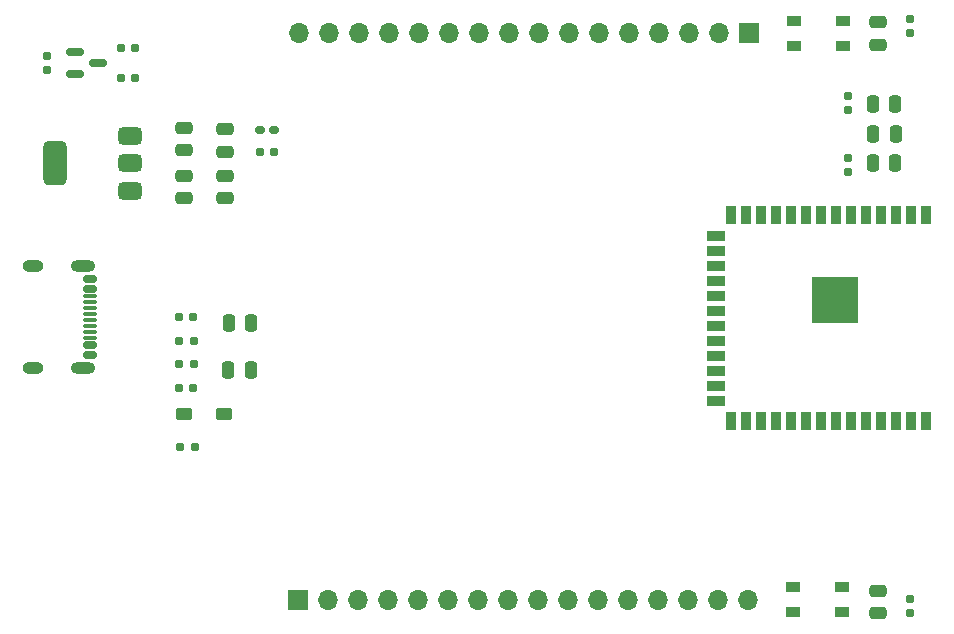
<source format=gbr>
%TF.GenerationSoftware,KiCad,Pcbnew,9.0.2*%
%TF.CreationDate,2025-09-05T17:13:16+02:00*%
%TF.ProjectId,LLM Business Card,4c4c4d20-4275-4736-996e-657373204361,rev?*%
%TF.SameCoordinates,Original*%
%TF.FileFunction,Soldermask,Top*%
%TF.FilePolarity,Negative*%
%FSLAX46Y46*%
G04 Gerber Fmt 4.6, Leading zero omitted, Abs format (unit mm)*
G04 Created by KiCad (PCBNEW 9.0.2) date 2025-09-05 17:13:16*
%MOMM*%
%LPD*%
G01*
G04 APERTURE LIST*
G04 Aperture macros list*
%AMRoundRect*
0 Rectangle with rounded corners*
0 $1 Rounding radius*
0 $2 $3 $4 $5 $6 $7 $8 $9 X,Y pos of 4 corners*
0 Add a 4 corners polygon primitive as box body*
4,1,4,$2,$3,$4,$5,$6,$7,$8,$9,$2,$3,0*
0 Add four circle primitives for the rounded corners*
1,1,$1+$1,$2,$3*
1,1,$1+$1,$4,$5*
1,1,$1+$1,$6,$7*
1,1,$1+$1,$8,$9*
0 Add four rect primitives between the rounded corners*
20,1,$1+$1,$2,$3,$4,$5,0*
20,1,$1+$1,$4,$5,$6,$7,0*
20,1,$1+$1,$6,$7,$8,$9,0*
20,1,$1+$1,$8,$9,$2,$3,0*%
G04 Aperture macros list end*
%ADD10RoundRect,0.160000X-0.222500X-0.160000X0.222500X-0.160000X0.222500X0.160000X-0.222500X0.160000X0*%
%ADD11RoundRect,0.160000X-0.197500X-0.160000X0.197500X-0.160000X0.197500X0.160000X-0.197500X0.160000X0*%
%ADD12RoundRect,0.250000X-0.475000X0.250000X-0.475000X-0.250000X0.475000X-0.250000X0.475000X0.250000X0*%
%ADD13RoundRect,0.150000X-0.425000X0.150000X-0.425000X-0.150000X0.425000X-0.150000X0.425000X0.150000X0*%
%ADD14RoundRect,0.075000X-0.500000X0.075000X-0.500000X-0.075000X0.500000X-0.075000X0.500000X0.075000X0*%
%ADD15O,2.100000X1.000000*%
%ADD16O,1.800000X1.000000*%
%ADD17RoundRect,0.160000X-0.160000X0.197500X-0.160000X-0.197500X0.160000X-0.197500X0.160000X0.197500X0*%
%ADD18RoundRect,0.250000X-0.250000X-0.475000X0.250000X-0.475000X0.250000X0.475000X-0.250000X0.475000X0*%
%ADD19RoundRect,0.160000X0.197500X0.160000X-0.197500X0.160000X-0.197500X-0.160000X0.197500X-0.160000X0*%
%ADD20R,1.700000X1.700000*%
%ADD21O,1.700000X1.700000*%
%ADD22RoundRect,0.102000X0.240000X0.200000X-0.240000X0.200000X-0.240000X-0.200000X0.240000X-0.200000X0*%
%ADD23R,0.900000X1.500000*%
%ADD24R,1.500000X0.900000*%
%ADD25C,0.600000*%
%ADD26R,3.900000X3.900000*%
%ADD27RoundRect,0.375000X0.625000X0.375000X-0.625000X0.375000X-0.625000X-0.375000X0.625000X-0.375000X0*%
%ADD28RoundRect,0.500000X0.500000X1.400000X-0.500000X1.400000X-0.500000X-1.400000X0.500000X-1.400000X0*%
%ADD29RoundRect,0.160000X0.160000X-0.197500X0.160000X0.197500X-0.160000X0.197500X-0.160000X-0.197500X0*%
%ADD30RoundRect,0.150000X-0.587500X-0.150000X0.587500X-0.150000X0.587500X0.150000X-0.587500X0.150000X0*%
%ADD31RoundRect,0.102000X0.605000X0.365000X-0.605000X0.365000X-0.605000X-0.365000X0.605000X-0.365000X0*%
%ADD32RoundRect,0.250000X0.475000X-0.250000X0.475000X0.250000X-0.475000X0.250000X-0.475000X-0.250000X0*%
%ADD33RoundRect,0.102000X-0.525000X-0.325000X0.525000X-0.325000X0.525000X0.325000X-0.525000X0.325000X0*%
G04 APERTURE END LIST*
D10*
%TO.C,D5*%
X121702500Y-111190000D03*
X122847500Y-111190000D03*
%TD*%
D11*
%TO.C,R5*%
X121652500Y-113050000D03*
X122847500Y-113050000D03*
%TD*%
%TO.C,R8*%
X109902500Y-106750000D03*
X111097500Y-106750000D03*
%TD*%
%TO.C,R3*%
X114852500Y-127000000D03*
X116047500Y-127000000D03*
%TD*%
D12*
%TO.C,C8*%
X118750000Y-115050000D03*
X118750000Y-116950000D03*
%TD*%
D13*
%TO.C,J1*%
X107255000Y-123800000D03*
X107255000Y-124600000D03*
D14*
X107255000Y-125750000D03*
X107255000Y-126750000D03*
X107255000Y-127250000D03*
X107255000Y-128250000D03*
D13*
X107255000Y-129400000D03*
X107255000Y-130200000D03*
X107255000Y-130200000D03*
X107255000Y-129400000D03*
D14*
X107255000Y-128750000D03*
X107255000Y-127750000D03*
X107255000Y-126250000D03*
X107255000Y-125250000D03*
D13*
X107255000Y-124600000D03*
X107255000Y-123800000D03*
D15*
X106680000Y-122680000D03*
D16*
X102500000Y-122680000D03*
D15*
X106680000Y-131320000D03*
D16*
X102500000Y-131320000D03*
%TD*%
D17*
%TO.C,R2*%
X171500000Y-108305000D03*
X171500000Y-109500000D03*
%TD*%
D18*
%TO.C,C11*%
X119000000Y-131500000D03*
X120900000Y-131500000D03*
%TD*%
D19*
%TO.C,R14*%
X111097500Y-104250000D03*
X109902500Y-104250000D03*
%TD*%
D12*
%TO.C,C6*%
X115250000Y-111000000D03*
X115250000Y-112900000D03*
%TD*%
D20*
%TO.C,J2*%
X163080000Y-103000000D03*
D21*
X160540000Y-103000000D03*
X158000000Y-103000000D03*
X155460000Y-103000000D03*
X152920000Y-103000000D03*
X150380000Y-103000000D03*
X147840000Y-103000000D03*
X145300000Y-103000000D03*
X142760000Y-103000000D03*
X140220000Y-103000000D03*
X137680000Y-103000000D03*
X135140000Y-103000000D03*
X132600000Y-103000000D03*
X130060000Y-103000000D03*
X127520000Y-103000000D03*
X124980000Y-103000000D03*
%TD*%
D22*
%TO.C,D4*%
X116110000Y-131000000D03*
X114790000Y-131000000D03*
%TD*%
D17*
%TO.C,R7*%
X176750000Y-101750000D03*
X176750000Y-102945000D03*
%TD*%
D22*
%TO.C,D3*%
X116110000Y-129000000D03*
X114790000Y-129000000D03*
%TD*%
D23*
%TO.C,U1*%
X178080000Y-118350000D03*
X176810000Y-118350000D03*
X175540000Y-118350000D03*
X174270000Y-118350000D03*
X173000000Y-118350000D03*
X171730000Y-118350000D03*
X170460000Y-118350000D03*
X169190000Y-118350000D03*
X167920000Y-118350000D03*
X166650000Y-118350000D03*
X165380000Y-118350000D03*
X164110000Y-118350000D03*
X162840000Y-118350000D03*
X161570000Y-118350000D03*
D24*
X160320000Y-120115000D03*
X160320000Y-121385000D03*
X160320000Y-122655000D03*
X160320000Y-123925000D03*
X160320000Y-125195000D03*
X160320000Y-126465000D03*
X160320000Y-127735000D03*
X160320000Y-129005000D03*
X160320000Y-130275000D03*
X160320000Y-131545000D03*
X160320000Y-132815000D03*
X160320000Y-134085000D03*
D23*
X161570000Y-135850000D03*
X162840000Y-135850000D03*
X164110000Y-135850000D03*
X165380000Y-135850000D03*
X166650000Y-135850000D03*
X167920000Y-135850000D03*
X169190000Y-135850000D03*
X170460000Y-135850000D03*
X171730000Y-135850000D03*
X173000000Y-135850000D03*
X174270000Y-135850000D03*
X175540000Y-135850000D03*
X176810000Y-135850000D03*
X178080000Y-135850000D03*
D25*
X171060000Y-124200000D03*
X169660000Y-124200000D03*
X171760000Y-124900000D03*
X170360000Y-124900000D03*
X168960000Y-124900000D03*
X171060000Y-125600000D03*
D26*
X170360000Y-125600000D03*
D25*
X169660000Y-125600000D03*
X171760000Y-126300000D03*
X170360000Y-126300000D03*
X168960000Y-126300000D03*
X171060000Y-127000000D03*
X169660000Y-127000000D03*
%TD*%
D17*
%TO.C,R13*%
X103687500Y-104902500D03*
X103687500Y-106097500D03*
%TD*%
D12*
%TO.C,C5*%
X118750000Y-111100000D03*
X118750000Y-113000000D03*
%TD*%
D20*
%TO.C,J3*%
X124900000Y-151000000D03*
D21*
X127440000Y-151000000D03*
X129980000Y-151000000D03*
X132520000Y-151000000D03*
X135060000Y-151000000D03*
X137600000Y-151000000D03*
X140140000Y-151000000D03*
X142680000Y-151000000D03*
X145220000Y-151000000D03*
X147760000Y-151000000D03*
X150300000Y-151000000D03*
X152840000Y-151000000D03*
X155380000Y-151000000D03*
X157920000Y-151000000D03*
X160460000Y-151000000D03*
X163000000Y-151000000D03*
%TD*%
D18*
%TO.C,C4*%
X119050000Y-127500000D03*
X120950000Y-127500000D03*
%TD*%
%TO.C,C2*%
X173600000Y-111500000D03*
X175500000Y-111500000D03*
%TD*%
D27*
%TO.C,U2*%
X110650000Y-116300000D03*
X110650000Y-114000000D03*
D28*
X104350000Y-114000000D03*
D27*
X110650000Y-111700000D03*
%TD*%
D29*
%TO.C,R6*%
X176750000Y-152097500D03*
X176750000Y-150902500D03*
%TD*%
D22*
%TO.C,D2*%
X116200000Y-138000000D03*
X114880000Y-138000000D03*
%TD*%
D30*
%TO.C,Q1*%
X106062500Y-104550000D03*
X106062500Y-106450000D03*
X107937500Y-105500000D03*
%TD*%
D18*
%TO.C,C1*%
X173550000Y-114000000D03*
X175450000Y-114000000D03*
%TD*%
D11*
%TO.C,R4*%
X114852500Y-133000000D03*
X116047500Y-133000000D03*
%TD*%
D18*
%TO.C,C3*%
X173550000Y-109000000D03*
X175450000Y-109000000D03*
%TD*%
D12*
%TO.C,C7*%
X115250000Y-115050000D03*
X115250000Y-116950000D03*
%TD*%
D29*
%TO.C,R1*%
X171500000Y-114695000D03*
X171500000Y-113500000D03*
%TD*%
D31*
%TO.C,D1*%
X115270000Y-135250000D03*
X118630000Y-135250000D03*
%TD*%
D32*
%TO.C,C9*%
X174000000Y-152062500D03*
X174000000Y-150162500D03*
%TD*%
D33*
%TO.C,SW1*%
X166850000Y-149850000D03*
X171000000Y-149850000D03*
X166850000Y-152000000D03*
X171000000Y-152000000D03*
%TD*%
%TO.C,SW2*%
X166925000Y-101925000D03*
X171075000Y-101925000D03*
X166925000Y-104075000D03*
X171075000Y-104075000D03*
%TD*%
D32*
%TO.C,C10*%
X174000000Y-103950000D03*
X174000000Y-102050000D03*
%TD*%
M02*

</source>
